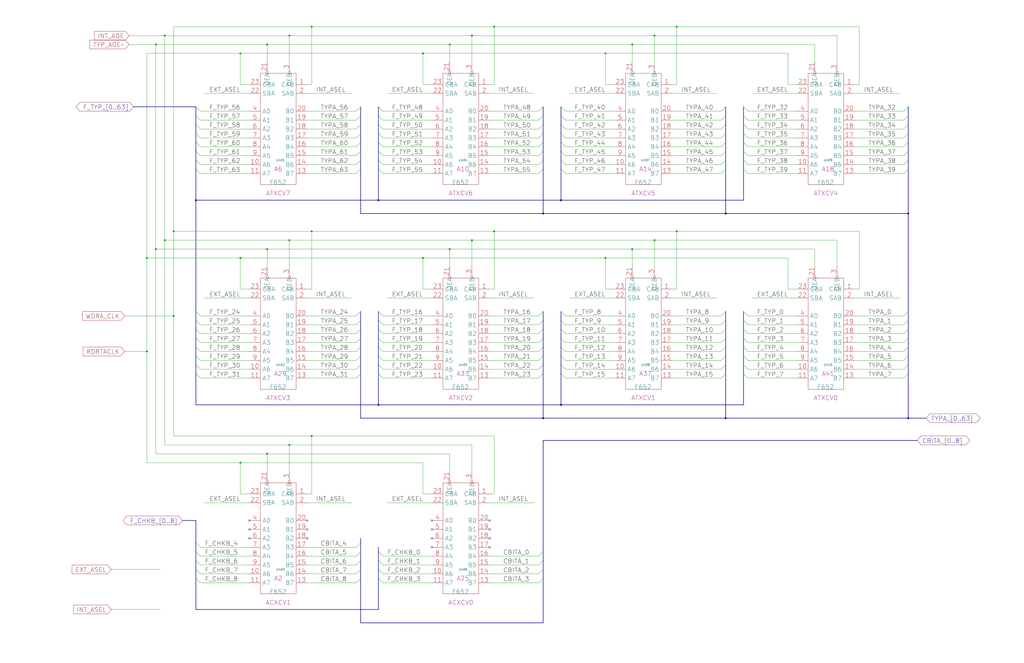
<source format=kicad_sch>
(kicad_sch (version 20250114) (generator "eeschema") (generator_version "9.0")
  (paper "User" 584.2 378.46)
  (title_block (title "AXCVR\\nTYPE AND CHECKBITS") (date "08-MAR-90") (rev "0.0") (comment 1 "MEM32 BOARD") (comment 2 "232-003066") (comment 3 "S400") (comment 4 "RELEASED"))
  (junction (at 360.68 142.24))
  (junction (at 177.8 248.92))
  (junction (at 373.38 20.32))
  (junction (at 177.8 132.08))
  (junction (at 137.16 147.32))
  (junction (at 320.04 114.3))
  (junction (at 137.16 30.48))
  (junction (at 269.24 20.32))
  (junction (at 518.16 238.76))
  (junction (at 165.1 254))
  (junction (at 345.44 147.32))
  (junction (at 360.68 25.4))
  (junction (at 281.94 132.08))
  (junction (at 177.8 15.24))
  (junction (at 256.54 25.4))
  (junction (at 137.16 264.16))
  (junction (at 320.04 231.14))
  (junction (at 345.44 30.48))
  (junction (at 83.82 200.66))
  (junction (at 165.1 20.32))
  (junction (at 386.08 15.24))
  (junction (at 309.88 121.92))
  (junction (at 152.4 259.08))
  (junction (at 269.24 137.16))
  (junction (at 93.98 20.32))
  (junction (at 99.06 132.08))
  (junction (at 152.4 142.24))
  (junction (at 281.94 15.24))
  (junction (at 386.08 132.08))
  (junction (at 83.82 147.32))
  (junction (at 256.54 142.24))
  (junction (at 241.3 30.48))
  (junction (at 88.9 25.4))
  (junction (at 215.9 114.3))
  (junction (at 414.02 238.76))
  (junction (at 165.1 137.16))
  (junction (at 152.4 25.4))
  (junction (at 309.88 238.76))
  (junction (at 93.98 137.16))
  (junction (at 241.3 147.32))
  (junction (at 414.02 121.92))
  (junction (at 215.9 231.14))
  (junction (at 88.9 142.24))
  (junction (at 373.38 137.16))
  (junction (at 518.16 121.92))
  (junction (at 99.06 180.34))
  (junction (at 111.76 114.3))
  (no_connect (at 175.26 297.18))
  (no_connect (at 175.26 307.34))
  (no_connect (at 246.38 297.18))
  (no_connect (at 279.4 307.34))
  (no_connect (at 175.26 302.26))
  (no_connect (at 246.38 302.26))
  (no_connect (at 246.38 307.34))
  (no_connect (at 279.4 297.18))
  (no_connect (at 279.4 302.26))
  (no_connect (at 142.24 297.18))
  (no_connect (at 142.24 307.34))
  (no_connect (at 142.24 302.26))
  (no_connect (at 279.4 312.42))
  (no_connect (at 246.38 312.42))
  (bus_entry (at 205.74 66.04) (size -2.54 2.54))
  (bus_entry (at 414.02 187.96) (size -2.54 2.54))
  (bus_entry (at 111.76 86.36) (size 2.54 2.54))
  (bus_entry (at 518.16 81.28) (size -2.54 2.54))
  (bus_entry (at 205.74 76.2) (size -2.54 2.54))
  (bus_entry (at 424.18 177.8) (size 2.54 2.54))
  (bus_entry (at 424.18 193.04) (size 2.54 2.54))
  (bus_entry (at 320.04 71.12) (size 2.54 2.54))
  (bus_entry (at 424.18 203.2) (size 2.54 2.54))
  (bus_entry (at 111.76 60.96) (size 2.54 2.54))
  (bus_entry (at 205.74 91.44) (size -2.54 2.54))
  (bus_entry (at 518.16 66.04) (size -2.54 2.54))
  (bus_entry (at 424.18 66.04) (size 2.54 2.54))
  (bus_entry (at 215.9 320.04) (size 2.54 2.54))
  (bus_entry (at 205.74 187.96) (size -2.54 2.54))
  (bus_entry (at 320.04 177.8) (size 2.54 2.54))
  (bus_entry (at 111.76 213.36) (size 2.54 2.54))
  (bus_entry (at 111.76 325.12) (size 2.54 2.54))
  (bus_entry (at 309.88 182.88) (size -2.54 2.54))
  (bus_entry (at 424.18 91.44) (size 2.54 2.54))
  (bus_entry (at 111.76 177.8) (size 2.54 2.54))
  (bus_entry (at 215.9 187.96) (size 2.54 2.54))
  (bus_entry (at 111.76 76.2) (size 2.54 2.54))
  (bus_entry (at 215.9 314.96) (size 2.54 2.54))
  (bus_entry (at 518.16 86.36) (size -2.54 2.54))
  (bus_entry (at 320.04 91.44) (size 2.54 2.54))
  (bus_entry (at 215.9 71.12) (size 2.54 2.54))
  (bus_entry (at 309.88 330.2) (size -2.54 2.54))
  (bus_entry (at 414.02 60.96) (size -2.54 2.54))
  (bus_entry (at 215.9 208.28) (size 2.54 2.54))
  (bus_entry (at 320.04 187.96) (size 2.54 2.54))
  (bus_entry (at 215.9 213.36) (size 2.54 2.54))
  (bus_entry (at 111.76 91.44) (size 2.54 2.54))
  (bus_entry (at 518.16 91.44) (size -2.54 2.54))
  (bus_entry (at 414.02 66.04) (size -2.54 2.54))
  (bus_entry (at 414.02 91.44) (size -2.54 2.54))
  (bus_entry (at 111.76 193.04) (size 2.54 2.54))
  (bus_entry (at 111.76 320.04) (size 2.54 2.54))
  (bus_entry (at 215.9 96.52) (size 2.54 2.54))
  (bus_entry (at 320.04 208.28) (size 2.54 2.54))
  (bus_entry (at 414.02 198.12) (size -2.54 2.54))
  (bus_entry (at 320.04 60.96) (size 2.54 2.54))
  (bus_entry (at 320.04 76.2) (size 2.54 2.54))
  (bus_entry (at 205.74 208.28) (size -2.54 2.54))
  (bus_entry (at 414.02 86.36) (size -2.54 2.54))
  (bus_entry (at 414.02 193.04) (size -2.54 2.54))
  (bus_entry (at 320.04 86.36) (size 2.54 2.54))
  (bus_entry (at 111.76 96.52) (size 2.54 2.54))
  (bus_entry (at 518.16 208.28) (size -2.54 2.54))
  (bus_entry (at 424.18 86.36) (size 2.54 2.54))
  (bus_entry (at 205.74 60.96) (size -2.54 2.54))
  (bus_entry (at 309.88 60.96) (size -2.54 2.54))
  (bus_entry (at 215.9 330.2) (size 2.54 2.54))
  (bus_entry (at 309.88 325.12) (size -2.54 2.54))
  (bus_entry (at 205.74 320.04) (size -2.54 2.54))
  (bus_entry (at 215.9 325.12) (size 2.54 2.54))
  (bus_entry (at 205.74 213.36) (size -2.54 2.54))
  (bus_entry (at 518.16 198.12) (size -2.54 2.54))
  (bus_entry (at 320.04 213.36) (size 2.54 2.54))
  (bus_entry (at 215.9 81.28) (size 2.54 2.54))
  (bus_entry (at 309.88 81.28) (size -2.54 2.54))
  (bus_entry (at 111.76 81.28) (size 2.54 2.54))
  (bus_entry (at 518.16 60.96) (size -2.54 2.54))
  (bus_entry (at 205.74 71.12) (size -2.54 2.54))
  (bus_entry (at 320.04 198.12) (size 2.54 2.54))
  (bus_entry (at 309.88 314.96) (size -2.54 2.54))
  (bus_entry (at 518.16 177.8) (size -2.54 2.54))
  (bus_entry (at 414.02 182.88) (size -2.54 2.54))
  (bus_entry (at 320.04 66.04) (size 2.54 2.54))
  (bus_entry (at 424.18 182.88) (size 2.54 2.54))
  (bus_entry (at 205.74 203.2) (size -2.54 2.54))
  (bus_entry (at 205.74 330.2) (size -2.54 2.54))
  (bus_entry (at 424.18 208.28) (size 2.54 2.54))
  (bus_entry (at 309.88 198.12) (size -2.54 2.54))
  (bus_entry (at 205.74 198.12) (size -2.54 2.54))
  (bus_entry (at 205.74 81.28) (size -2.54 2.54))
  (bus_entry (at 205.74 193.04) (size -2.54 2.54))
  (bus_entry (at 205.74 325.12) (size -2.54 2.54))
  (bus_entry (at 424.18 213.36) (size 2.54 2.54))
  (bus_entry (at 518.16 203.2) (size -2.54 2.54))
  (bus_entry (at 111.76 330.2) (size 2.54 2.54))
  (bus_entry (at 111.76 198.12) (size 2.54 2.54))
  (bus_entry (at 309.88 177.8) (size -2.54 2.54))
  (bus_entry (at 414.02 96.52) (size -2.54 2.54))
  (bus_entry (at 424.18 76.2) (size 2.54 2.54))
  (bus_entry (at 309.88 76.2) (size -2.54 2.54))
  (bus_entry (at 215.9 66.04) (size 2.54 2.54))
  (bus_entry (at 205.74 182.88) (size -2.54 2.54))
  (bus_entry (at 309.88 71.12) (size -2.54 2.54))
  (bus_entry (at 424.18 81.28) (size 2.54 2.54))
  (bus_entry (at 424.18 96.52) (size 2.54 2.54))
  (bus_entry (at 309.88 213.36) (size -2.54 2.54))
  (bus_entry (at 414.02 71.12) (size -2.54 2.54))
  (bus_entry (at 424.18 71.12) (size 2.54 2.54))
  (bus_entry (at 205.74 314.96) (size -2.54 2.54))
  (bus_entry (at 205.74 86.36) (size -2.54 2.54))
  (bus_entry (at 215.9 76.2) (size 2.54 2.54))
  (bus_entry (at 111.76 309.88) (size 2.54 2.54))
  (bus_entry (at 414.02 213.36) (size -2.54 2.54))
  (bus_entry (at 309.88 208.28) (size -2.54 2.54))
  (bus_entry (at 518.16 96.52) (size -2.54 2.54))
  (bus_entry (at 414.02 203.2) (size -2.54 2.54))
  (bus_entry (at 215.9 86.36) (size 2.54 2.54))
  (bus_entry (at 320.04 182.88) (size 2.54 2.54))
  (bus_entry (at 111.76 208.28) (size 2.54 2.54))
  (bus_entry (at 320.04 193.04) (size 2.54 2.54))
  (bus_entry (at 309.88 193.04) (size -2.54 2.54))
  (bus_entry (at 518.16 182.88) (size -2.54 2.54))
  (bus_entry (at 320.04 203.2) (size 2.54 2.54))
  (bus_entry (at 309.88 320.04) (size -2.54 2.54))
  (bus_entry (at 309.88 203.2) (size -2.54 2.54))
  (bus_entry (at 205.74 177.8) (size -2.54 2.54))
  (bus_entry (at 414.02 81.28) (size -2.54 2.54))
  (bus_entry (at 215.9 203.2) (size 2.54 2.54))
  (bus_entry (at 215.9 182.88) (size 2.54 2.54))
  (bus_entry (at 320.04 96.52) (size 2.54 2.54))
  (bus_entry (at 111.76 66.04) (size 2.54 2.54))
  (bus_entry (at 518.16 193.04) (size -2.54 2.54))
  (bus_entry (at 309.88 91.44) (size -2.54 2.54))
  (bus_entry (at 424.18 198.12) (size 2.54 2.54))
  (bus_entry (at 414.02 177.8) (size -2.54 2.54))
  (bus_entry (at 424.18 187.96) (size 2.54 2.54))
  (bus_entry (at 309.88 96.52) (size -2.54 2.54))
  (bus_entry (at 518.16 213.36) (size -2.54 2.54))
  (bus_entry (at 215.9 60.96) (size 2.54 2.54))
  (bus_entry (at 205.74 309.88) (size -2.54 2.54))
  (bus_entry (at 111.76 203.2) (size 2.54 2.54))
  (bus_entry (at 215.9 198.12) (size 2.54 2.54))
  (bus_entry (at 414.02 208.28) (size -2.54 2.54))
  (bus_entry (at 518.16 187.96) (size -2.54 2.54))
  (bus_entry (at 111.76 182.88) (size 2.54 2.54))
  (bus_entry (at 309.88 66.04) (size -2.54 2.54))
  (bus_entry (at 215.9 193.04) (size 2.54 2.54))
  (bus_entry (at 309.88 86.36) (size -2.54 2.54))
  (bus_entry (at 309.88 187.96) (size -2.54 2.54))
  (bus_entry (at 111.76 187.96) (size 2.54 2.54))
  (bus_entry (at 215.9 91.44) (size 2.54 2.54))
  (bus_entry (at 424.18 60.96) (size 2.54 2.54))
  (bus_entry (at 518.16 76.2) (size -2.54 2.54))
  (bus_entry (at 518.16 71.12) (size -2.54 2.54))
  (bus_entry (at 320.04 81.28) (size 2.54 2.54))
  (bus_entry (at 414.02 76.2) (size -2.54 2.54))
  (bus_entry (at 215.9 177.8) (size 2.54 2.54))
  (bus_entry (at 111.76 71.12) (size 2.54 2.54))
  (bus_entry (at 205.74 96.52) (size -2.54 2.54))
  (bus_entry (at 111.76 314.96) (size 2.54 2.54))
  (bus (pts (xy 414.02 86.36) (xy 414.02 91.44)))
  (bus (pts (xy 111.76 314.96) (xy 111.76 320.04)))
  (bus (pts (xy 205.74 96.52) (xy 205.74 121.92)))
  (wire (pts (xy 93.98 20.32) (xy 93.98 137.16)))
  (wire (pts (xy 487.68 93.98) (xy 515.62 93.98)))
  (wire (pts (xy 175.26 185.42) (xy 203.2 185.42)))
  (bus (pts (xy 424.18 208.28) (xy 424.18 213.36)))
  (wire (pts (xy 279.4 63.5) (xy 307.34 63.5)))
  (bus (pts (xy 424.18 203.2) (xy 424.18 208.28)))
  (wire (pts (xy 220.98 53.34) (xy 246.38 53.34)))
  (wire (pts (xy 279.4 322.58) (xy 307.34 322.58)))
  (bus (pts (xy 111.76 330.2) (xy 111.76 347.98)))
  (bus (pts (xy 104.14 297.18) (xy 111.76 297.18)))
  (bus (pts (xy 518.16 96.52) (xy 518.16 121.92)))
  (wire (pts (xy 386.08 132.08) (xy 490.22 132.08)))
  (bus (pts (xy 309.88 182.88) (xy 309.88 187.96)))
  (wire (pts (xy 152.4 25.4) (xy 256.54 25.4)))
  (bus (pts (xy 518.16 238.76) (xy 528.32 238.76)))
  (wire (pts (xy 114.3 99.06) (xy 142.24 99.06)))
  (wire (pts (xy 322.58 99.06) (xy 350.52 99.06)))
  (wire (pts (xy 114.3 68.58) (xy 142.24 68.58)))
  (bus (pts (xy 518.16 71.12) (xy 518.16 76.2)))
  (bus (pts (xy 320.04 213.36) (xy 320.04 231.14)))
  (wire (pts (xy 269.24 254) (xy 269.24 269.24)))
  (wire (pts (xy 449.58 30.48) (xy 345.44 30.48)))
  (bus (pts (xy 424.18 81.28) (xy 424.18 86.36)))
  (wire (pts (xy 279.4 180.34) (xy 307.34 180.34)))
  (bus (pts (xy 215.9 213.36) (xy 215.9 231.14)))
  (wire (pts (xy 487.68 99.06) (xy 515.62 99.06)))
  (wire (pts (xy 175.26 53.34) (xy 200.66 53.34)))
  (bus (pts (xy 414.02 238.76) (xy 518.16 238.76)))
  (wire (pts (xy 256.54 25.4) (xy 360.68 25.4)))
  (bus (pts (xy 215.9 86.36) (xy 215.9 91.44)))
  (wire (pts (xy 114.3 73.66) (xy 142.24 73.66)))
  (bus (pts (xy 205.74 187.96) (xy 205.74 193.04)))
  (bus (pts (xy 320.04 71.12) (xy 320.04 76.2)))
  (wire (pts (xy 114.3 88.9) (xy 142.24 88.9)))
  (bus (pts (xy 205.74 91.44) (xy 205.74 96.52)))
  (wire (pts (xy 345.44 147.32) (xy 345.44 165.1)))
  (wire (pts (xy 279.4 53.34) (xy 304.8 53.34)))
  (wire (pts (xy 114.3 185.42) (xy 142.24 185.42)))
  (wire (pts (xy 114.3 312.42) (xy 142.24 312.42)))
  (wire (pts (xy 114.3 83.82) (xy 142.24 83.82)))
  (wire (pts (xy 490.22 132.08) (xy 490.22 165.1)))
  (bus (pts (xy 518.16 81.28) (xy 518.16 86.36)))
  (bus (pts (xy 320.04 187.96) (xy 320.04 193.04)))
  (wire (pts (xy 281.94 248.92) (xy 281.94 281.94)))
  (wire (pts (xy 165.1 137.16) (xy 269.24 137.16)))
  (wire (pts (xy 177.8 132.08) (xy 281.94 132.08)))
  (wire (pts (xy 383.54 53.34) (xy 408.94 53.34)))
  (wire (pts (xy 142.24 281.94) (xy 137.16 281.94)))
  (bus (pts (xy 111.76 213.36) (xy 111.76 231.14)))
  (wire (pts (xy 175.26 210.82) (xy 203.2 210.82)))
  (bus (pts (xy 320.04 91.44) (xy 320.04 96.52)))
  (wire (pts (xy 487.68 185.42) (xy 515.62 185.42)))
  (wire (pts (xy 279.4 327.66) (xy 307.34 327.66)))
  (wire (pts (xy 477.52 20.32) (xy 373.38 20.32)))
  (bus (pts (xy 205.74 60.96) (xy 205.74 66.04)))
  (wire (pts (xy 175.26 317.5) (xy 203.2 317.5)))
  (bus (pts (xy 518.16 121.92) (xy 518.16 177.8)))
  (wire (pts (xy 426.72 200.66) (xy 454.66 200.66)))
  (bus (pts (xy 424.18 177.8) (xy 424.18 182.88)))
  (bus (pts (xy 215.9 114.3) (xy 320.04 114.3)))
  (wire (pts (xy 99.06 180.34) (xy 99.06 132.08)))
  (wire (pts (xy 152.4 25.4) (xy 152.4 35.56)))
  (wire (pts (xy 383.54 83.82) (xy 411.48 83.82)))
  (wire (pts (xy 114.3 322.58) (xy 142.24 322.58)))
  (wire (pts (xy 386.08 15.24) (xy 490.22 15.24)))
  (bus (pts (xy 309.88 81.28) (xy 309.88 86.36)))
  (bus (pts (xy 215.9 76.2) (xy 215.9 81.28)))
  (bus (pts (xy 111.76 309.88) (xy 111.76 314.96)))
  (bus (pts (xy 414.02 198.12) (xy 414.02 203.2)))
  (wire (pts (xy 279.4 165.1) (xy 281.94 165.1)))
  (wire (pts (xy 175.26 83.82) (xy 203.2 83.82)))
  (bus (pts (xy 215.9 60.96) (xy 215.9 66.04)))
  (bus (pts (xy 518.16 198.12) (xy 518.16 203.2)))
  (bus (pts (xy 205.74 355.6) (xy 309.88 355.6)))
  (wire (pts (xy 426.72 83.82) (xy 454.66 83.82)))
  (wire (pts (xy 114.3 205.74) (xy 142.24 205.74)))
  (wire (pts (xy 383.54 88.9) (xy 411.48 88.9)))
  (bus (pts (xy 111.76 86.36) (xy 111.76 91.44)))
  (wire (pts (xy 464.82 25.4) (xy 464.82 35.56)))
  (wire (pts (xy 83.82 147.32) (xy 83.82 200.66)))
  (wire (pts (xy 477.52 137.16) (xy 477.52 152.4)))
  (wire (pts (xy 279.4 78.74) (xy 307.34 78.74)))
  (wire (pts (xy 175.26 215.9) (xy 203.2 215.9)))
  (bus (pts (xy 424.18 193.04) (xy 424.18 198.12)))
  (wire (pts (xy 373.38 20.32) (xy 269.24 20.32)))
  (wire (pts (xy 114.3 317.5) (xy 142.24 317.5)))
  (wire (pts (xy 322.58 195.58) (xy 350.52 195.58)))
  (wire (pts (xy 281.94 132.08) (xy 386.08 132.08)))
  (bus (pts (xy 309.88 96.52) (xy 309.88 121.92)))
  (bus (pts (xy 309.88 203.2) (xy 309.88 208.28)))
  (wire (pts (xy 279.4 185.42) (xy 307.34 185.42)))
  (wire (pts (xy 383.54 170.18) (xy 408.94 170.18)))
  (wire (pts (xy 487.68 68.58) (xy 515.62 68.58)))
  (bus (pts (xy 424.18 76.2) (xy 424.18 81.28)))
  (bus (pts (xy 215.9 312.42) (xy 215.9 314.96)))
  (wire (pts (xy 383.54 180.34) (xy 411.48 180.34)))
  (bus (pts (xy 518.16 177.8) (xy 518.16 182.88)))
  (wire (pts (xy 373.38 20.32) (xy 373.38 35.56)))
  (wire (pts (xy 383.54 78.74) (xy 411.48 78.74)))
  (wire (pts (xy 175.26 48.26) (xy 177.8 48.26)))
  (wire (pts (xy 175.26 78.74) (xy 203.2 78.74)))
  (wire (pts (xy 345.44 30.48) (xy 241.3 30.48)))
  (wire (pts (xy 218.44 83.82) (xy 246.38 83.82)))
  (wire (pts (xy 114.3 195.58) (xy 142.24 195.58)))
  (wire (pts (xy 386.08 15.24) (xy 386.08 48.26)))
  (wire (pts (xy 152.4 259.08) (xy 88.9 259.08)))
  (bus (pts (xy 309.88 238.76) (xy 414.02 238.76)))
  (bus (pts (xy 309.88 325.12) (xy 309.88 330.2)))
  (wire (pts (xy 279.4 170.18) (xy 304.8 170.18)))
  (bus (pts (xy 111.76 320.04) (xy 111.76 325.12)))
  (wire (pts (xy 137.16 147.32) (xy 137.16 165.1)))
  (wire (pts (xy 383.54 195.58) (xy 411.48 195.58)))
  (wire (pts (xy 137.16 264.16) (xy 137.16 281.94)))
  (bus (pts (xy 205.74 208.28) (xy 205.74 213.36)))
  (wire (pts (xy 487.68 200.66) (xy 515.62 200.66)))
  (wire (pts (xy 177.8 248.92) (xy 177.8 281.94)))
  (bus (pts (xy 414.02 187.96) (xy 414.02 193.04)))
  (wire (pts (xy 165.1 254) (xy 165.1 269.24)))
  (wire (pts (xy 177.8 15.24) (xy 177.8 48.26)))
  (wire (pts (xy 218.44 88.9) (xy 246.38 88.9)))
  (wire (pts (xy 350.52 165.1) (xy 345.44 165.1)))
  (wire (pts (xy 175.26 190.5) (xy 203.2 190.5)))
  (wire (pts (xy 269.24 20.32) (xy 269.24 35.56)))
  (bus (pts (xy 215.9 71.12) (xy 215.9 76.2)))
  (wire (pts (xy 63.5 347.98) (xy 91.44 347.98)))
  (wire (pts (xy 426.72 99.06) (xy 454.66 99.06)))
  (wire (pts (xy 177.8 15.24) (xy 281.94 15.24)))
  (wire (pts (xy 269.24 137.16) (xy 269.24 152.4)))
  (wire (pts (xy 83.82 147.32) (xy 137.16 147.32)))
  (bus (pts (xy 424.18 66.04) (xy 424.18 71.12)))
  (bus (pts (xy 111.76 347.98) (xy 215.9 347.98)))
  (bus (pts (xy 205.74 66.04) (xy 205.74 71.12)))
  (wire (pts (xy 487.68 165.1) (xy 490.22 165.1)))
  (wire (pts (xy 218.44 185.42) (xy 246.38 185.42)))
  (bus (pts (xy 320.04 203.2) (xy 320.04 208.28)))
  (wire (pts (xy 83.82 264.16) (xy 137.16 264.16)))
  (wire (pts (xy 175.26 99.06) (xy 203.2 99.06)))
  (wire (pts (xy 175.26 73.66) (xy 203.2 73.66)))
  (wire (pts (xy 454.66 48.26) (xy 449.58 48.26)))
  (bus (pts (xy 111.76 187.96) (xy 111.76 193.04)))
  (bus (pts (xy 215.9 182.88) (xy 215.9 187.96)))
  (wire (pts (xy 165.1 254) (xy 269.24 254)))
  (wire (pts (xy 175.26 322.58) (xy 203.2 322.58)))
  (wire (pts (xy 487.68 83.82) (xy 515.62 83.82)))
  (wire (pts (xy 487.68 88.9) (xy 515.62 88.9)))
  (wire (pts (xy 360.68 25.4) (xy 464.82 25.4)))
  (wire (pts (xy 279.4 205.74) (xy 307.34 205.74)))
  (bus (pts (xy 424.18 60.96) (xy 424.18 66.04)))
  (wire (pts (xy 325.12 53.34) (xy 350.52 53.34)))
  (wire (pts (xy 426.72 195.58) (xy 454.66 195.58)))
  (wire (pts (xy 246.38 165.1) (xy 241.3 165.1)))
  (bus (pts (xy 424.18 91.44) (xy 424.18 96.52)))
  (wire (pts (xy 114.3 332.74) (xy 142.24 332.74)))
  (wire (pts (xy 177.8 132.08) (xy 177.8 165.1)))
  (wire (pts (xy 383.54 93.98) (xy 411.48 93.98)))
  (bus (pts (xy 309.88 86.36) (xy 309.88 91.44)))
  (wire (pts (xy 454.66 165.1) (xy 449.58 165.1)))
  (wire (pts (xy 256.54 259.08) (xy 152.4 259.08)))
  (wire (pts (xy 241.3 147.32) (xy 241.3 165.1)))
  (bus (pts (xy 215.9 91.44) (xy 215.9 96.52)))
  (bus (pts (xy 424.18 198.12) (xy 424.18 203.2)))
  (wire (pts (xy 218.44 215.9) (xy 246.38 215.9)))
  (wire (pts (xy 279.4 281.94) (xy 281.94 281.94)))
  (bus (pts (xy 309.88 198.12) (xy 309.88 203.2)))
  (wire (pts (xy 175.26 170.18) (xy 200.66 170.18)))
  (bus (pts (xy 215.9 66.04) (xy 215.9 71.12)))
  (wire (pts (xy 322.58 210.82) (xy 350.52 210.82)))
  (wire (pts (xy 322.58 83.82) (xy 350.52 83.82)))
  (wire (pts (xy 218.44 180.34) (xy 246.38 180.34)))
  (wire (pts (xy 114.3 327.66) (xy 142.24 327.66)))
  (wire (pts (xy 175.26 93.98) (xy 203.2 93.98)))
  (wire (pts (xy 175.26 200.66) (xy 203.2 200.66)))
  (wire (pts (xy 426.72 93.98) (xy 454.66 93.98)))
  (wire (pts (xy 142.24 48.26) (xy 137.16 48.26)))
  (wire (pts (xy 269.24 137.16) (xy 373.38 137.16)))
  (wire (pts (xy 93.98 137.16) (xy 93.98 254)))
  (bus (pts (xy 205.74 81.28) (xy 205.74 86.36)))
  (wire (pts (xy 83.82 200.66) (xy 83.82 264.16)))
  (wire (pts (xy 175.26 281.94) (xy 177.8 281.94)))
  (wire (pts (xy 175.26 88.9) (xy 203.2 88.9)))
  (bus (pts (xy 320.04 76.2) (xy 320.04 81.28)))
  (wire (pts (xy 487.68 210.82) (xy 515.62 210.82)))
  (wire (pts (xy 114.3 63.5) (xy 142.24 63.5)))
  (bus (pts (xy 518.16 91.44) (xy 518.16 96.52)))
  (wire (pts (xy 73.66 25.4) (xy 88.9 25.4)))
  (wire (pts (xy 373.38 137.16) (xy 477.52 137.16)))
  (wire (pts (xy 426.72 68.58) (xy 454.66 68.58)))
  (bus (pts (xy 320.04 86.36) (xy 320.04 91.44)))
  (bus (pts (xy 205.74 177.8) (xy 205.74 182.88)))
  (bus (pts (xy 205.74 325.12) (xy 205.74 330.2)))
  (wire (pts (xy 116.84 287.02) (xy 142.24 287.02)))
  (bus (pts (xy 414.02 121.92) (xy 518.16 121.92)))
  (wire (pts (xy 93.98 254) (xy 165.1 254)))
  (wire (pts (xy 383.54 185.42) (xy 411.48 185.42)))
  (wire (pts (xy 383.54 215.9) (xy 411.48 215.9)))
  (wire (pts (xy 279.4 48.26) (xy 281.94 48.26)))
  (bus (pts (xy 215.9 96.52) (xy 215.9 114.3)))
  (wire (pts (xy 360.68 142.24) (xy 360.68 152.4)))
  (bus (pts (xy 309.88 320.04) (xy 309.88 325.12)))
  (bus (pts (xy 309.88 330.2) (xy 309.88 355.6)))
  (wire (pts (xy 345.44 147.32) (xy 449.58 147.32)))
  (bus (pts (xy 320.04 208.28) (xy 320.04 213.36)))
  (wire (pts (xy 426.72 205.74) (xy 454.66 205.74)))
  (wire (pts (xy 279.4 215.9) (xy 307.34 215.9)))
  (wire (pts (xy 175.26 332.74) (xy 203.2 332.74)))
  (wire (pts (xy 71.12 200.66) (xy 83.82 200.66)))
  (wire (pts (xy 279.4 210.82) (xy 307.34 210.82)))
  (bus (pts (xy 414.02 203.2) (xy 414.02 208.28)))
  (wire (pts (xy 429.26 53.34) (xy 454.66 53.34)))
  (wire (pts (xy 218.44 93.98) (xy 246.38 93.98)))
  (bus (pts (xy 320.04 60.96) (xy 320.04 66.04)))
  (bus (pts (xy 320.04 198.12) (xy 320.04 203.2)))
  (wire (pts (xy 220.98 170.18) (xy 246.38 170.18)))
  (wire (pts (xy 175.26 287.02) (xy 200.66 287.02)))
  (wire (pts (xy 114.3 215.9) (xy 142.24 215.9)))
  (wire (pts (xy 279.4 190.5) (xy 307.34 190.5)))
  (wire (pts (xy 464.82 142.24) (xy 464.82 152.4)))
  (wire (pts (xy 322.58 180.34) (xy 350.52 180.34)))
  (bus (pts (xy 215.9 187.96) (xy 215.9 193.04)))
  (wire (pts (xy 218.44 332.74) (xy 246.38 332.74)))
  (bus (pts (xy 414.02 66.04) (xy 414.02 71.12)))
  (bus (pts (xy 215.9 198.12) (xy 215.9 203.2)))
  (bus (pts (xy 205.74 193.04) (xy 205.74 198.12)))
  (wire (pts (xy 218.44 78.74) (xy 246.38 78.74)))
  (wire (pts (xy 175.26 63.5) (xy 203.2 63.5)))
  (bus (pts (xy 518.16 60.96) (xy 518.16 66.04)))
  (bus (pts (xy 518.16 208.28) (xy 518.16 213.36)))
  (bus (pts (xy 320.04 81.28) (xy 320.04 86.36)))
  (wire (pts (xy 322.58 205.74) (xy 350.52 205.74)))
  (bus (pts (xy 518.16 213.36) (xy 518.16 238.76)))
  (bus (pts (xy 111.76 96.52) (xy 111.76 114.3)))
  (bus (pts (xy 414.02 213.36) (xy 414.02 238.76)))
  (wire (pts (xy 426.72 210.82) (xy 454.66 210.82)))
  (bus (pts (xy 205.74 320.04) (xy 205.74 325.12)))
  (wire (pts (xy 88.9 259.08) (xy 88.9 142.24)))
  (wire (pts (xy 246.38 48.26) (xy 241.3 48.26)))
  (bus (pts (xy 424.18 71.12) (xy 424.18 76.2)))
  (wire (pts (xy 175.26 68.58) (xy 203.2 68.58)))
  (bus (pts (xy 205.74 121.92) (xy 309.88 121.92)))
  (wire (pts (xy 281.94 15.24) (xy 386.08 15.24)))
  (bus (pts (xy 111.76 297.18) (xy 111.76 309.88)))
  (wire (pts (xy 383.54 190.5) (xy 411.48 190.5)))
  (bus (pts (xy 215.9 203.2) (xy 215.9 208.28)))
  (bus (pts (xy 320.04 177.8) (xy 320.04 182.88)))
  (wire (pts (xy 360.68 142.24) (xy 464.82 142.24)))
  (bus (pts (xy 320.04 193.04) (xy 320.04 198.12)))
  (wire (pts (xy 360.68 25.4) (xy 360.68 35.56)))
  (wire (pts (xy 165.1 20.32) (xy 93.98 20.32)))
  (wire (pts (xy 487.68 205.74) (xy 515.62 205.74)))
  (wire (pts (xy 322.58 190.5) (xy 350.52 190.5)))
  (bus (pts (xy 205.74 314.96) (xy 205.74 320.04)))
  (bus (pts (xy 309.88 177.8) (xy 309.88 182.88)))
  (wire (pts (xy 345.44 30.48) (xy 345.44 48.26)))
  (bus (pts (xy 518.16 187.96) (xy 518.16 193.04)))
  (bus (pts (xy 424.18 187.96) (xy 424.18 193.04)))
  (wire (pts (xy 241.3 30.48) (xy 241.3 48.26)))
  (bus (pts (xy 309.88 66.04) (xy 309.88 71.12)))
  (bus (pts (xy 309.88 314.96) (xy 309.88 320.04)))
  (bus (pts (xy 111.76 193.04) (xy 111.76 198.12)))
  (wire (pts (xy 218.44 200.66) (xy 246.38 200.66)))
  (wire (pts (xy 322.58 93.98) (xy 350.52 93.98)))
  (bus (pts (xy 414.02 208.28) (xy 414.02 213.36)))
  (wire (pts (xy 99.06 132.08) (xy 99.06 15.24)))
  (wire (pts (xy 279.4 93.98) (xy 307.34 93.98)))
  (wire (pts (xy 426.72 190.5) (xy 454.66 190.5)))
  (wire (pts (xy 114.3 190.5) (xy 142.24 190.5)))
  (wire (pts (xy 218.44 63.5) (xy 246.38 63.5)))
  (wire (pts (xy 218.44 195.58) (xy 246.38 195.58)))
  (bus (pts (xy 424.18 86.36) (xy 424.18 91.44)))
  (bus (pts (xy 215.9 330.2) (xy 215.9 347.98)))
  (wire (pts (xy 246.38 281.94) (xy 241.3 281.94)))
  (wire (pts (xy 383.54 73.66) (xy 411.48 73.66)))
  (bus (pts (xy 309.88 60.96) (xy 309.88 66.04)))
  (bus (pts (xy 215.9 231.14) (xy 111.76 231.14)))
  (bus (pts (xy 111.76 182.88) (xy 111.76 187.96)))
  (wire (pts (xy 426.72 88.9) (xy 454.66 88.9)))
  (bus (pts (xy 309.88 251.46) (xy 523.24 251.46)))
  (bus (pts (xy 309.88 213.36) (xy 309.88 238.76)))
  (wire (pts (xy 114.3 78.74) (xy 142.24 78.74)))
  (bus (pts (xy 205.74 307.34) (xy 205.74 309.88)))
  (wire (pts (xy 218.44 322.58) (xy 246.38 322.58)))
  (wire (pts (xy 99.06 132.08) (xy 177.8 132.08)))
  (bus (pts (xy 414.02 71.12) (xy 414.02 76.2)))
  (wire (pts (xy 241.3 147.32) (xy 345.44 147.32)))
  (wire (pts (xy 137.16 30.48) (xy 83.82 30.48)))
  (bus (pts (xy 111.76 71.12) (xy 111.76 76.2)))
  (bus (pts (xy 414.02 193.04) (xy 414.02 198.12)))
  (bus (pts (xy 414.02 76.2) (xy 414.02 81.28)))
  (wire (pts (xy 487.68 195.58) (xy 515.62 195.58)))
  (bus (pts (xy 111.76 60.96) (xy 111.76 66.04)))
  (bus (pts (xy 215.9 177.8) (xy 215.9 182.88)))
  (wire (pts (xy 487.68 190.5) (xy 515.62 190.5)))
  (wire (pts (xy 218.44 327.66) (xy 246.38 327.66)))
  (bus (pts (xy 215.9 320.04) (xy 215.9 325.12)))
  (wire (pts (xy 137.16 30.48) (xy 137.16 48.26)))
  (bus (pts (xy 518.16 86.36) (xy 518.16 91.44)))
  (wire (pts (xy 114.3 180.34) (xy 142.24 180.34)))
  (bus (pts (xy 309.88 76.2) (xy 309.88 81.28)))
  (wire (pts (xy 218.44 99.06) (xy 246.38 99.06)))
  (bus (pts (xy 320.04 231.14) (xy 215.9 231.14)))
  (wire (pts (xy 373.38 137.16) (xy 373.38 152.4)))
  (wire (pts (xy 487.68 78.74) (xy 515.62 78.74)))
  (wire (pts (xy 114.3 200.66) (xy 142.24 200.66)))
  (wire (pts (xy 99.06 248.92) (xy 99.06 180.34)))
  (bus (pts (xy 309.88 187.96) (xy 309.88 193.04)))
  (wire (pts (xy 88.9 142.24) (xy 152.4 142.24)))
  (wire (pts (xy 256.54 259.08) (xy 256.54 269.24)))
  (wire (pts (xy 269.24 20.32) (xy 165.1 20.32)))
  (bus (pts (xy 424.18 213.36) (xy 424.18 231.14)))
  (bus (pts (xy 414.02 182.88) (xy 414.02 187.96)))
  (bus (pts (xy 518.16 203.2) (xy 518.16 208.28)))
  (bus (pts (xy 215.9 208.28) (xy 215.9 213.36)))
  (bus (pts (xy 205.74 198.12) (xy 205.74 203.2)))
  (bus (pts (xy 518.16 193.04) (xy 518.16 198.12)))
  (wire (pts (xy 63.5 325.12) (xy 91.44 325.12)))
  (bus (pts (xy 205.74 71.12) (xy 205.74 76.2)))
  (wire (pts (xy 449.58 147.32) (xy 449.58 165.1)))
  (bus (pts (xy 205.74 309.88) (xy 205.74 314.96)))
  (wire (pts (xy 83.82 30.48) (xy 83.82 147.32)))
  (bus (pts (xy 320.04 182.88) (xy 320.04 187.96)))
  (bus (pts (xy 518.16 76.2) (xy 518.16 81.28)))
  (bus (pts (xy 320.04 114.3) (xy 424.18 114.3)))
  (wire (pts (xy 350.52 48.26) (xy 345.44 48.26)))
  (wire (pts (xy 426.72 215.9) (xy 454.66 215.9)))
  (wire (pts (xy 256.54 142.24) (xy 360.68 142.24)))
  (bus (pts (xy 111.76 198.12) (xy 111.76 203.2)))
  (wire (pts (xy 426.72 63.5) (xy 454.66 63.5)))
  (bus (pts (xy 111.76 91.44) (xy 111.76 96.52)))
  (wire (pts (xy 73.66 20.32) (xy 93.98 20.32)))
  (wire (pts (xy 487.68 180.34) (xy 515.62 180.34)))
  (wire (pts (xy 322.58 88.9) (xy 350.52 88.9)))
  (wire (pts (xy 218.44 73.66) (xy 246.38 73.66)))
  (wire (pts (xy 281.94 15.24) (xy 281.94 48.26)))
  (bus (pts (xy 111.76 208.28) (xy 111.76 213.36)))
  (wire (pts (xy 487.68 48.26) (xy 490.22 48.26)))
  (wire (pts (xy 175.26 195.58) (xy 203.2 195.58)))
  (bus (pts (xy 424.18 231.14) (xy 320.04 231.14)))
  (wire (pts (xy 175.26 165.1) (xy 177.8 165.1)))
  (wire (pts (xy 175.26 205.74) (xy 203.2 205.74)))
  (wire (pts (xy 322.58 73.66) (xy 350.52 73.66)))
  (bus (pts (xy 414.02 177.8) (xy 414.02 182.88)))
  (wire (pts (xy 322.58 68.58) (xy 350.52 68.58)))
  (wire (pts (xy 279.4 287.02) (xy 304.8 287.02)))
  (wire (pts (xy 279.4 73.66) (xy 307.34 73.66)))
  (wire (pts (xy 322.58 63.5) (xy 350.52 63.5)))
  (bus (pts (xy 309.88 91.44) (xy 309.88 96.52)))
  (wire (pts (xy 152.4 142.24) (xy 152.4 152.4)))
  (wire (pts (xy 152.4 142.24) (xy 256.54 142.24)))
  (wire (pts (xy 487.68 73.66) (xy 515.62 73.66)))
  (wire (pts (xy 218.44 205.74) (xy 246.38 205.74)))
  (wire (pts (xy 279.4 195.58) (xy 307.34 195.58)))
  (wire (pts (xy 137.16 147.32) (xy 241.3 147.32)))
  (bus (pts (xy 424.18 96.52) (xy 424.18 114.3)))
  (wire (pts (xy 386.08 132.08) (xy 386.08 165.1)))
  (bus (pts (xy 205.74 182.88) (xy 205.74 187.96)))
  (wire (pts (xy 383.54 99.06) (xy 411.48 99.06)))
  (wire (pts (xy 152.4 259.08) (xy 152.4 269.24)))
  (bus (pts (xy 205.74 213.36) (xy 205.74 238.76)))
  (bus (pts (xy 309.88 71.12) (xy 309.88 76.2)))
  (wire (pts (xy 218.44 317.5) (xy 246.38 317.5)))
  (wire (pts (xy 490.22 15.24) (xy 490.22 48.26)))
  (wire (pts (xy 322.58 185.42) (xy 350.52 185.42)))
  (bus (pts (xy 518.16 182.88) (xy 518.16 187.96)))
  (bus (pts (xy 320.04 96.52) (xy 320.04 114.3)))
  (wire (pts (xy 281.94 132.08) (xy 281.94 165.1)))
  (wire (pts (xy 279.4 88.9) (xy 307.34 88.9)))
  (wire (pts (xy 279.4 332.74) (xy 307.34 332.74)))
  (wire (pts (xy 116.84 53.34) (xy 142.24 53.34)))
  (wire (pts (xy 165.1 137.16) (xy 165.1 152.4)))
  (wire (pts (xy 383.54 63.5) (xy 411.48 63.5)))
  (wire (pts (xy 383.54 200.66) (xy 411.48 200.66)))
  (wire (pts (xy 256.54 142.24) (xy 256.54 152.4)))
  (bus (pts (xy 414.02 91.44) (xy 414.02 96.52)))
  (wire (pts (xy 218.44 68.58) (xy 246.38 68.58)))
  (bus (pts (xy 215.9 325.12) (xy 215.9 330.2)))
  (bus (pts (xy 414.02 96.52) (xy 414.02 121.92)))
  (bus (pts (xy 414.02 60.96) (xy 414.02 66.04)))
  (wire (pts (xy 88.9 142.24) (xy 88.9 25.4)))
  (bus (pts (xy 518.16 66.04) (xy 518.16 71.12)))
  (bus (pts (xy 215.9 81.28) (xy 215.9 86.36)))
  (bus (pts (xy 309.88 251.46) (xy 309.88 314.96)))
  (wire (pts (xy 279.4 317.5) (xy 307.34 317.5)))
  (wire (pts (xy 175.26 312.42) (xy 203.2 312.42)))
  (wire (pts (xy 487.68 170.18) (xy 513.08 170.18)))
  (wire (pts (xy 322.58 78.74) (xy 350.52 78.74)))
  (bus (pts (xy 215.9 193.04) (xy 215.9 198.12)))
  (wire (pts (xy 218.44 210.82) (xy 246.38 210.82)))
  (bus (pts (xy 309.88 193.04) (xy 309.88 198.12)))
  (bus (pts (xy 414.02 81.28) (xy 414.02 86.36)))
  (wire (pts (xy 99.06 15.24) (xy 177.8 15.24)))
  (wire (pts (xy 279.4 68.58) (xy 307.34 68.58)))
  (wire (pts (xy 279.4 83.82) (xy 307.34 83.82)))
  (bus (pts (xy 76.2 60.96) (xy 111.76 60.96)))
  (wire (pts (xy 383.54 210.82) (xy 411.48 210.82)))
  (bus (pts (xy 111.76 325.12) (xy 111.76 330.2)))
  (wire (pts (xy 383.54 165.1) (xy 386.08 165.1)))
  (wire (pts (xy 71.12 180.34) (xy 99.06 180.34)))
  (bus (pts (xy 309.88 208.28) (xy 309.88 213.36)))
  (bus (pts (xy 111.76 114.3) (xy 215.9 114.3)))
  (wire (pts (xy 165.1 20.32) (xy 165.1 35.56)))
  (wire (pts (xy 175.26 327.66) (xy 203.2 327.66)))
  (wire (pts (xy 281.94 248.92) (xy 177.8 248.92)))
  (wire (pts (xy 88.9 25.4) (xy 152.4 25.4)))
  (bus (pts (xy 111.76 203.2) (xy 111.76 208.28)))
  (wire (pts (xy 325.12 170.18) (xy 350.52 170.18)))
  (wire (pts (xy 142.24 165.1) (xy 137.16 165.1)))
  (wire (pts (xy 477.52 20.32) (xy 477.52 35.56)))
  (wire (pts (xy 487.68 53.34) (xy 513.08 53.34)))
  (wire (pts (xy 114.3 210.82) (xy 142.24 210.82)))
  (wire (pts (xy 218.44 190.5) (xy 246.38 190.5)))
  (bus (pts (xy 424.18 182.88) (xy 424.18 187.96)))
  (wire (pts (xy 241.3 30.48) (xy 137.16 30.48)))
  (bus (pts (xy 111.76 114.3) (xy 111.76 177.8)))
  (wire (pts (xy 426.72 180.34) (xy 454.66 180.34)))
  (bus (pts (xy 205.74 76.2) (xy 205.74 81.28)))
  (bus (pts (xy 111.76 81.28) (xy 111.76 86.36)))
  (bus (pts (xy 205.74 203.2) (xy 205.74 208.28)))
  (bus (pts (xy 111.76 66.04) (xy 111.76 71.12)))
  (wire (pts (xy 383.54 48.26) (xy 386.08 48.26)))
  (wire (pts (xy 116.84 170.18) (xy 142.24 170.18)))
  (wire (pts (xy 279.4 200.66) (xy 307.34 200.66)))
  (wire (pts (xy 114.3 93.98) (xy 142.24 93.98)))
  (wire (pts (xy 383.54 68.58) (xy 411.48 68.58)))
  (wire (pts (xy 426.72 73.66) (xy 454.66 73.66)))
  (wire (pts (xy 487.68 215.9) (xy 515.62 215.9)))
  (wire (pts (xy 449.58 30.48) (xy 449.58 48.26)))
  (wire (pts (xy 429.26 170.18) (xy 454.66 170.18)))
  (wire (pts (xy 241.3 264.16) (xy 241.3 281.94)))
  (bus (pts (xy 205.74 330.2) (xy 205.74 355.6)))
  (wire (pts (xy 279.4 99.06) (xy 307.34 99.06)))
  (wire (pts (xy 93.98 137.16) (xy 165.1 137.16)))
  (bus (pts (xy 320.04 66.04) (xy 320.04 71.12)))
  (wire (pts (xy 322.58 215.9) (xy 350.52 215.9)))
  (wire (pts (xy 426.72 185.42) (xy 454.66 185.42)))
  (wire (pts (xy 175.26 180.34) (xy 203.2 180.34)))
  (wire (pts (xy 220.98 287.02) (xy 246.38 287.02)))
  (wire (pts (xy 383.54 205.74) (xy 411.48 205.74)))
  (bus (pts (xy 309.88 121.92) (xy 414.02 121.92)))
  (wire (pts (xy 177.8 248.92) (xy 99.06 248.92)))
  (wire (pts (xy 322.58 200.66) (xy 350.52 200.66)))
  (wire (pts (xy 426.72 78.74) (xy 454.66 78.74)))
  (wire (pts (xy 256.54 25.4) (xy 256.54 35.56)))
  (wire (pts (xy 487.68 63.5) (xy 515.62 63.5)))
  (wire (pts (xy 137.16 264.16) (xy 241.3 264.16)))
  (bus (pts (xy 111.76 76.2) (xy 111.76 81.28)))
  (bus (pts (xy 111.76 177.8) (xy 111.76 182.88)))
  (bus (pts (xy 205.74 238.76) (xy 309.88 238.76)))
  (bus (pts (xy 215.9 314.96) (xy 215.9 320.04)))
  (bus (pts (xy 205.74 86.36) (xy 205.74 91.44)))
  (label "TYPA_59" (at 182.88 78.74 0) (effects (font (size 2.54 2.54))))
  (label "F_TYP_59" (at 119.38 78.74 0) (effects (font (size 2.54 2.54))))
  (label "CBITA_2" (at 287.02 327.66 0) (effects (font (size 2.54 2.54))))
  (label "INT_ASEL" (at 492.76 53.34 0) (effects (font (size 2.54 2.54))))
  (label "F_TYP_41" (at 327.66 68.58 0) (effects (font (size 2.54 2.54))))
  (label "TYPA_47" (at 391.16 99.06 0) (effects (font (size 2.54 2.54))))
  (label "EXT_ASEL" (at 223.52 170.18 0) (effects (font (size 2.54 2.54))))
  (label "F_TYP_63" (at 119.38 99.06 0) (effects (font (size 2.54 2.54))))
  (label "CBITA_4" (at 182.88 312.42 0) (effects (font (size 2.54 2.54))))
  (label "TYPA_23" (at 287.02 215.9 0) (effects (font (size 2.54 2.54))))
  (label "F_CHKB_4" (at 116.84 312.42 0) (effects (font (size 2.54 2.54))))
  (label "TYPA_58" (at 182.88 73.66 0) (effects (font (size 2.54 2.54))))
  (label "F_TYP_26" (at 119.38 190.5 0) (effects (font (size 2.54 2.54))))
  (label "F_TYP_19" (at 223.52 195.58 0) (effects (font (size 2.54 2.54))))
  (label "TYPA_19" (at 287.02 195.58 0) (effects (font (size 2.54 2.54))))
  (label "TYPA_60" (at 182.88 83.82 0) (effects (font (size 2.54 2.54))))
  (label "CBITA_0" (at 287.02 317.5 0) (effects (font (size 2.54 2.54))))
  (label "F_TYP_8" (at 327.66 180.34 0) (effects (font (size 2.54 2.54))))
  (label "F_TYP_17" (at 223.52 185.42 0) (effects (font (size 2.54 2.54))))
  (label "TYPA_42" (at 391.16 73.66 0) (effects (font (size 2.54 2.54))))
  (label "F_TYP_1" (at 431.8 185.42 0) (effects (font (size 2.54 2.54))))
  (label "F_TYP_23" (at 223.52 215.9 0) (effects (font (size 2.54 2.54))))
  (label "TYPA_2" (at 495.3 190.5 0) (effects (font (size 2.54 2.54))))
  (label "EXT_ASEL" (at 119.38 53.34 0) (effects (font (size 2.54 2.54))))
  (label "F_TYP_16" (at 223.52 180.34 0) (effects (font (size 2.54 2.54))))
  (label "F_TYP_24" (at 119.38 180.34 0) (effects (font (size 2.54 2.54))))
  (label "INT_ASEL" (at 388.62 170.18 0) (effects (font (size 2.54 2.54))))
  (label "TYPA_49" (at 287.02 68.58 0) (effects (font (size 2.54 2.54))))
  (label "TYPA_35" (at 495.3 78.74 0) (effects (font (size 2.54 2.54))))
  (label "F_TYP_47" (at 327.66 99.06 0) (effects (font (size 2.54 2.54))))
  (label "F_CHKB_5" (at 116.84 317.5 0) (effects (font (size 2.54 2.54))))
  (label "F_TYP_33" (at 431.8 68.58 0) (effects (font (size 2.54 2.54))))
  (label "F_TYP_21" (at 223.52 205.74 0) (effects (font (size 2.54 2.54))))
  (label "F_CHKB_0" (at 220.98 317.5 0) (effects (font (size 2.54 2.54))))
  (label "TYPA_18" (at 287.02 190.5 0) (effects (font (size 2.54 2.54))))
  (label "F_TYP_20" (at 223.52 200.66 0) (effects (font (size 2.54 2.54))))
  (label "EXT_ASEL" (at 119.38 170.18 0) (effects (font (size 2.54 2.54))))
  (label "INT_ASEL" (at 284.48 170.18 0) (effects (font (size 2.54 2.54))))
  (label "F_TYP_35" (at 431.8 78.74 0) (effects (font (size 2.54 2.54))))
  (label "F_TYP_52" (at 223.52 83.82 0) (effects (font (size 2.54 2.54))))
  (label "INT_ASEL" (at 492.76 170.18 0) (effects (font (size 2.54 2.54))))
  (label "TYPA_22" (at 287.02 210.82 0) (effects (font (size 2.54 2.54))))
  (label "TYPA_61" (at 182.88 88.9 0) (effects (font (size 2.54 2.54))))
  (label "EXT_ASEL" (at 223.52 53.34 0) (effects (font (size 2.54 2.54))))
  (label "F_TYP_31" (at 119.38 215.9 0) (effects (font (size 2.54 2.54))))
  (label "TYPA_21" (at 287.02 205.74 0) (effects (font (size 2.54 2.54))))
  (label "TYPA_10" (at 391.16 190.5 0) (effects (font (size 2.54 2.54))))
  (label "F_TYP_12" (at 327.66 200.66 0) (effects (font (size 2.54 2.54))))
  (label "EXT_ASEL" (at 431.8 53.34 0) (effects (font (size 2.54 2.54))))
  (label "F_TYP_4" (at 431.8 200.66 0) (effects (font (size 2.54 2.54))))
  (label "TYPA_51" (at 287.02 78.74 0) (effects (font (size 2.54 2.54))))
  (label "F_TYP_30" (at 119.38 210.82 0) (effects (font (size 2.54 2.54))))
  (label "EXT_ASEL" (at 327.66 53.34 0) (effects (font (size 2.54 2.54))))
  (label "F_CHKB_6" (at 116.84 322.58 0) (effects (font (size 2.54 2.54))))
  (label "INT_ASEL" (at 180.34 287.02 0) (effects (font (size 2.54 2.54))))
  (label "TYPA_54" (at 287.02 93.98 0) (effects (font (size 2.54 2.54))))
  (label "TYPA_6" (at 495.3 210.82 0) (effects (font (size 2.54 2.54))))
  (label "TYPA_4" (at 495.3 200.66 0) (effects (font (size 2.54 2.54))))
  (label "F_TYP_14" (at 327.66 210.82 0) (effects (font (size 2.54 2.54))))
  (label "TYPA_39" (at 495.3 99.06 0) (effects (font (size 2.54 2.54))))
  (label "TYPA_5" (at 495.3 205.74 0) (effects (font (size 2.54 2.54))))
  (label "TYPA_7" (at 495.3 215.9 0) (effects (font (size 2.54 2.54))))
  (label "TYPA_12" (at 391.16 200.66 0) (effects (font (size 2.54 2.54))))
  (label "CBITA_6" (at 182.88 322.58 0) (effects (font (size 2.54 2.54))))
  (label "TYPA_57" (at 182.88 68.58 0) (effects (font (size 2.54 2.54))))
  (label "TYPA_29" (at 182.88 205.74 0) (effects (font (size 2.54 2.54))))
  (label "F_TYP_61" (at 119.38 88.9 0) (effects (font (size 2.54 2.54))))
  (label "TYPA_37" (at 495.3 88.9 0) (effects (font (size 2.54 2.54))))
  (label "TYPA_9" (at 391.16 185.42 0) (effects (font (size 2.54 2.54))))
  (label "TYPA_44" (at 391.16 83.82 0) (effects (font (size 2.54 2.54))))
  (label "TYPA_30" (at 182.88 210.82 0) (effects (font (size 2.54 2.54))))
  (label "TYPA_3" (at 495.3 195.58 0) (effects (font (size 2.54 2.54))))
  (label "TYPA_34" (at 495.3 73.66 0) (effects (font (size 2.54 2.54))))
  (label "TYPA_38" (at 495.3 93.98 0) (effects (font (size 2.54 2.54))))
  (label "TYPA_27" (at 182.88 195.58 0) (effects (font (size 2.54 2.54))))
  (label "CBITA_1" (at 287.02 322.58 0) (effects (font (size 2.54 2.54))))
  (label "F_TYP_36" (at 431.8 83.82 0) (effects (font (size 2.54 2.54))))
  (label "TYPA_52" (at 287.02 83.82 0) (effects (font (size 2.54 2.54))))
  (label "F_TYP_51" (at 223.52 78.74 0) (effects (font (size 2.54 2.54))))
  (label "TYPA_8" (at 391.16 180.34 0) (effects (font (size 2.54 2.54))))
  (label "F_TYP_10" (at 327.66 190.5 0) (effects (font (size 2.54 2.54))))
  (label "F_TYP_13" (at 327.66 205.74 0) (effects (font (size 2.54 2.54))))
  (label "INT_ASEL" (at 284.48 287.02 0) (effects (font (size 2.54 2.54))))
  (label "F_TYP_40" (at 327.66 63.5 0) (effects (font (size 2.54 2.54))))
  (label "TYPA_16" (at 287.02 180.34 0) (effects (font (size 2.54 2.54))))
  (label "F_TYP_7" (at 431.8 215.9 0) (effects (font (size 2.54 2.54))))
  (label "TYPA_0" (at 495.3 180.34 0) (effects (font (size 2.54 2.54))))
  (label "F_TYP_57" (at 119.38 68.58 0) (effects (font (size 2.54 2.54))))
  (label "TYPA_43" (at 391.16 78.74 0) (effects (font (size 2.54 2.54))))
  (label "EXT_ASEL" (at 119.38 287.02 0) (effects (font (size 2.54 2.54))))
  (label "F_TYP_9" (at 327.66 185.42 0) (effects (font (size 2.54 2.54))))
  (label "TYPA_31" (at 182.88 215.9 0) (effects (font (size 2.54 2.54))))
  (label "TYPA_63" (at 182.88 99.06 0) (effects (font (size 2.54 2.54))))
  (label "F_TYP_49" (at 223.52 68.58 0) (effects (font (size 2.54 2.54))))
  (label "CBITA_5" (at 182.88 317.5 0) (effects (font (size 2.54 2.54))))
  (label "TYPA_50" (at 287.02 73.66 0) (effects (font (size 2.54 2.54))))
  (label "INT_ASEL" (at 180.34 170.18 0) (effects (font (size 2.54 2.54))))
  (label "F_TYP_54" (at 223.52 93.98 0) (effects (font (size 2.54 2.54))))
  (label "CBITA_7" (at 182.88 327.66 0) (effects (font (size 2.54 2.54))))
  (label "F_TYP_45" (at 327.66 88.9 0) (effects (font (size 2.54 2.54))))
  (label "INT_ASEL" (at 180.34 53.34 0) (effects (font (size 2.54 2.54))))
  (label "CBITA_3" (at 287.02 332.74 0) (effects (font (size 2.54 2.54))))
  (label "F_TYP_15" (at 327.66 215.9 0) (effects (font (size 2.54 2.54))))
  (label "TYPA_45" (at 391.16 88.9 0) (effects (font (size 2.54 2.54))))
  (label "F_TYP_25" (at 119.38 185.42 0) (effects (font (size 2.54 2.54))))
  (label "TYPA_33" (at 495.3 68.58 0) (effects (font (size 2.54 2.54))))
  (label "F_TYP_27" (at 119.38 195.58 0) (effects (font (size 2.54 2.54))))
  (label "F_TYP_50" (at 223.52 73.66 0) (effects (font (size 2.54 2.54))))
  (label "F_TYP_6" (at 431.8 210.82 0) (effects (font (size 2.54 2.54))))
  (label "F_TYP_46" (at 327.66 93.98 0) (effects (font (size 2.54 2.54))))
  (label "EXT_ASEL" (at 327.66 170.18 0) (effects (font (size 2.54 2.54))))
  (label "F_TYP_44" (at 327.66 83.82 0) (effects (font (size 2.54 2.54))))
  (label "F_TYP_62" (at 119.38 93.98 0) (effects (font (size 2.54 2.54))))
  (label "F_TYP_43" (at 327.66 78.74 0) (effects (font (size 2.54 2.54))))
  (label "TYPA_24" (at 182.88 180.34 0) (effects (font (size 2.54 2.54))))
  (label "F_TYP_37" (at 431.8 88.9 0) (effects (font (size 2.54 2.54))))
  (label "F_TYP_29" (at 119.38 205.74 0) (effects (font (size 2.54 2.54))))
  (label "F_TYP_38" (at 431.8 93.98 0) (effects (font (size 2.54 2.54))))
  (label "F_TYP_42" (at 327.66 73.66 0) (effects (font (size 2.54 2.54))))
  (label "TYPA_20" (at 287.02 200.66 0) (effects (font (size 2.54 2.54))))
  (label "F_TYP_53" (at 223.52 88.9 0) (effects (font (size 2.54 2.54))))
  (label "TYPA_48" (at 287.02 63.5 0) (effects (font (size 2.54 2.54))))
  (label "F_TYP_34" (at 431.8 73.66 0) (effects (font (size 2.54 2.54))))
  (label "TYPA_36" (at 495.3 83.82 0) (effects (font (size 2.54 2.54))))
  (label "F_CHKB_1" (at 220.98 322.58 0) (effects (font (size 2.54 2.54))))
  (label "TYPA_40" (at 391.16 63.5 0) (effects (font (size 2.54 2.54))))
  (label "INT_ASEL" (at 284.48 53.34 0) (effects (font (size 2.54 2.54))))
  (label "TYPA_62" (at 182.88 93.98 0) (effects (font (size 2.54 2.54))))
  (label "TYPA_17" (at 287.02 185.42 0) (effects (font (size 2.54 2.54))))
  (label "F_TYP_32" (at 431.8 63.5 0) (effects (font (size 2.54 2.54))))
  (label "F_TYP_22" (at 223.52 210.82 0) (effects (font (size 2.54 2.54))))
  (label "F_TYP_2" (at 431.8 190.5 0) (effects (font (size 2.54 2.54))))
  (label "TYPA_13" (at 391.16 205.74 0) (effects (font (size 2.54 2.54))))
  (label "CBITA_8" (at 182.88 332.74 0) (effects (font (size 2.54 2.54))))
  (label "TYPA_1" (at 495.3 185.42 0) (effects (font (size 2.54 2.54))))
  (label "F_TYP_60" (at 119.38 83.82 0) (effects (font (size 2.54 2.54))))
  (label "F_TYP_11" (at 327.66 195.58 0) (effects (font (size 2.54 2.54))))
  (label "F_TYP_5" (at 431.8 205.74 0) (effects (font (size 2.54 2.54))))
  (label "TYPA_55" (at 287.02 99.06 0) (effects (font (size 2.54 2.54))))
  (label "F_TYP_55" (at 223.52 99.06 0) (effects (font (size 2.54 2.54))))
  (label "TYPA_46" (at 391.16 93.98 0) (effects (font (size 2.54 2.54))))
  (label "TYPA_25" (at 182.88 185.42 0) (effects (font (size 2.54 2.54))))
  (label "TYPA_53" (at 287.02 88.9 0) (effects (font (size 2.54 2.54))))
  (label "F_TYP_48" (at 223.52 63.5 0) (effects (font (size 2.54 2.54))))
  (label "F_TYP_58" (at 119.38 73.66 0) (effects (font (size 2.54 2.54))))
  (label "TYPA_32" (at 495.3 63.5 0) (effects (font (size 2.54 2.54))))
  (label "F_TYP_18" (at 223.52 190.5 0) (effects (font (size 2.54 2.54))))
  (label "EXT_ASEL" (at 431.8 170.18 0) (effects (font (size 2.54 2.54))))
  (label "TYPA_56" (at 182.88 63.5 0) (effects (font (size 2.54 2.54))))
  (label "F_CHKB_7" (at 116.84 327.66 0) (effects (font (size 2.54 2.54))))
  (label "F_CHKB_2" (at 220.98 327.66 0) (effects (font (size 2.54 2.54))))
  (label "TYPA_28" (at 182.88 200.66 0) (effects (font (size 2.54 2.54))))
  (label "F_CHKB_3" (at 220.98 332.74 0) (effects (font (size 2.54 2.54))))
  (label "TYPA_15" (at 391.16 215.9 0) (effects (font (size 2.54 2.54))))
  (label "TYPA_26" (at 182.88 190.5 0) (effects (font (size 2.54 2.54))))
  (label "F_TYP_39" (at 431.8 99.06 0) (effects (font (size 2.54 2.54))))
  (label "EXT_ASEL" (at 223.52 287.02 0) (effects (font (size 2.54 2.54))))
  (label "F_TYP_3" (at 431.8 195.58 0) (effects (font (size 2.54 2.54))))
  (label "F_CHKB_8" (at 116.84 332.74 0) (effects (font (size 2.54 2.54))))
  (label "F_TYP_28" (at 119.38 200.66 0) (effects (font (size 2.54 2.54))))
  (label "TYPA_14" (at 391.16 210.82 0) (effects (font (size 2.54 2.54))))
  (label "TYPA_41" (at 391.16 68.58 0) (effects (font (size 2.54 2.54))))
  (label "F_TYP_56" (at 119.38 63.5 0) (effects (font (size 2.54 2.54))))
  (label "TYPA_11" (at 391.16 195.58 0) (effects (font (size 2.54 2.54))))
  (label "F_TYP_0" (at 431.8 180.34 0) (effects (font (size 2.54 2.54))))
  (label "INT_ASEL" (at 388.62 53.34 0) (effects (font (size 2.54 2.54))))
  (global_label "EXT_ASEL" (shape input) (at 63.5 325.12 180) (effects (font (size 2.54 2.54))) (property "Intersheetrefs" "${INTERSHEET_REFS}" (at 41.1359 324.9613 0) (effects (font (size 1.905 1.905)) (justify right))))
  (global_label "CBITA_[0..8]" (shape bidirectional) (at 523.24 251.46 0) (effects (font (size 2.54 2.54))) (property "Intersheetrefs" "${INTERSHEET_REFS}" (at 551.047 251.3013 0) (effects (font (size 1.905 1.905)) (justify left))))
  (global_label "WDRA_CLK" (shape input) (at 71.12 180.34 180) (effects (font (size 2.54 2.54))) (property "Intersheetrefs" "${INTERSHEET_REFS}" (at 47.0626 180.1813 0) (effects (font (size 1.905 1.905)) (justify right))))
  (global_label "RDRTACLK" (shape input) (at 71.12 200.66 180) (effects (font (size 2.54 2.54))) (property "Intersheetrefs" "${INTERSHEET_REFS}" (at 47.4254 200.5013 0) (effects (font (size 1.905 1.905)) (justify right))))
  (global_label "INT_ASEL" (shape input) (at 63.5 347.98 180) (effects (font (size 2.54 2.54))) (property "Intersheetrefs" "${INTERSHEET_REFS}" (at 41.9826 347.8213 0) (effects (font (size 1.905 1.905)) (justify right))))
  (global_label "TYPA_[0..63]" (shape bidirectional) (at 528.32 238.76 0) (effects (font (size 2.54 2.54))) (property "Intersheetrefs" "${INTERSHEET_REFS}" (at 556.9736 238.6013 0) (effects (font (size 1.905 1.905)) (justify left))))
  (global_label "F_TYP_[0..63]" (shape bidirectional) (at 76.2 60.96 180) (effects (font (size 2.54 2.54))) (property "Intersheetrefs" "${INTERSHEET_REFS}" (at 45.6111 60.8013 0) (effects (font (size 1.905 1.905)) (justify right))))
  (global_label "TYP_AOE~" (shape input) (at 73.66 25.4 180) (effects (font (size 2.54 2.54))) (property "Intersheetrefs" "${INTERSHEET_REFS}" (at 51.2959 25.2413 0) (effects (font (size 1.905 1.905)) (justify right))))
  (global_label "INT_AOE" (shape input) (at 73.66 20.32 180) (effects (font (size 2.54 2.54))) (property "Intersheetrefs" "${INTERSHEET_REFS}" (at 53.9569 20.1613 0) (effects (font (size 1.905 1.905)) (justify right))))
  (global_label "F_CHKB_[0..8]" (shape bidirectional) (at 104.14 297.18 180) (effects (font (size 2.54 2.54))) (property "Intersheetrefs" "${INTERSHEET_REFS}" (at 72.3416 297.0213 0) (effects (font (size 1.905 1.905)) (justify right))))
  (symbol (lib_id "r1000:F652") (at 469.9 96.52 0) (unit 1)
    (property "Reference" "U409" (at 472.44 91.44 0))
    (property "Value" "F652" (at 466.09 104.14 0) (effects (font (size 2.54 2.54)) (justify left)))
    (property "Location" "A18" (at 468.63 96.52 0) (effects (font (size 2.54 2.54)) (justify left)))
    (property "Name" "ATXCV4" (at 471.17 111.76 0) (effects (font (size 2.54 2.54)) (justify bottom)))
  )
  (symbol (lib_id "r1000:F652") (at 157.48 96.52 0) (unit 1)
    (property "Reference" "U401" (at 160.02 91.44 0))
    (property "Value" "F652" (at 153.67 104.14 0) (effects (font (size 2.54 2.54)) (justify left)))
    (property "Location" "A6" (at 156.21 96.52 0) (effects (font (size 2.54 2.54)) (justify left)))
    (property "Name" "ATXCV7" (at 158.75 111.76 0) (effects (font (size 2.54 2.54)) (justify bottom)))
  )
  (symbol (lib_id "r1000:F652") (at 469.9 213.36 0) (unit 1)
    (property "Reference" "U410" (at 472.44 208.28 0))
    (property "Value" "F652" (at 466.09 220.98 0) (effects (font (size 2.54 2.54)) (justify left)))
    (property "Location" "A41" (at 468.63 213.36 0) (effects (font (size 2.54 2.54)) (justify left)))
    (property "Name" "ATXCV0" (at 471.17 228.6 0) (effects (font (size 2.54 2.54)) (justify bottom)))
  )
  (symbol (lib_id "r1000:F652") (at 157.48 213.36 0) (unit 1)
    (property "Reference" "U402" (at 160.02 208.28 0))
    (property "Value" "F652" (at 153.67 220.98 0) (effects (font (size 2.54 2.54)) (justify left)))
    (property "Location" "A29" (at 156.21 213.36 0) (effects (font (size 2.54 2.54)) (justify left)))
    (property "Name" "ATXCV3" (at 158.75 228.6 0) (effects (font (size 2.54 2.54)) (justify bottom)))
  )
  (symbol (lib_id "r1000:F652") (at 261.62 96.52 0) (unit 1)
    (property "Reference" "U404" (at 264.16 91.44 0))
    (property "Value" "F652" (at 257.81 104.14 0) (effects (font (size 2.54 2.54)) (justify left)))
    (property "Location" "A10" (at 260.35 96.52 0) (effects (font (size 2.54 2.54)) (justify left)))
    (property "Name" "ATXCV6" (at 262.89 111.76 0) (effects (font (size 2.54 2.54)) (justify bottom)))
  )
  (symbol (lib_id "r1000:F652") (at 261.62 330.2 0) (unit 1)
    (property "Reference" "U406" (at 264.16 325.12 0))
    (property "Value" "F652" (at 257.81 337.82 0) (effects (font (size 2.54 2.54)) (justify left)))
    (property "Location" "A25" (at 260.35 330.2 0) (effects (font (size 2.54 2.54)) (justify left)))
    (property "Name" "ACXCV0" (at 262.89 345.44 0) (effects (font (size 2.54 2.54)) (justify bottom)))
  )
  (symbol (lib_id "r1000:F652") (at 261.62 213.36 0) (unit 1)
    (property "Reference" "U405" (at 264.16 208.28 0))
    (property "Value" "F652" (at 257.81 220.98 0) (effects (font (size 2.54 2.54)) (justify left)))
    (property "Location" "A33" (at 260.35 213.36 0) (effects (font (size 2.54 2.54)) (justify left)))
    (property "Name" "ATXCV2" (at 262.89 228.6 0) (effects (font (size 2.54 2.54)) (justify bottom)))
  )
  (symbol (lib_id "r1000:F652") (at 365.76 96.52 0) (unit 1)
    (property "Reference" "U407" (at 368.3 91.44 0))
    (property "Value" "F652" (at 361.95 104.14 0) (effects (font (size 2.54 2.54)) (justify left)))
    (property "Location" "A14" (at 364.49 96.52 0) (effects (font (size 2.54 2.54)) (justify left)))
    (property "Name" "ATXCV5" (at 367.03 111.76 0) (effects (font (size 2.54 2.54)) (justify bottom)))
  )
  (symbol (lib_id "r1000:F652") (at 365.76 213.36 0) (unit 1)
    (property "Reference" "U408" (at 368.3 208.28 0))
    (property "Value" "F652" (at 361.95 220.98 0) (effects (font (size 2.54 2.54)) (justify left)))
    (property "Location" "A37" (at 364.49 213.36 0) (effects (font (size 2.54 2.54)) (justify left)))
    (property "Name" "ATXCV1" (at 367.03 228.6 0) (effects (font (size 2.54 2.54)) (justify bottom)))
  )
  (symbol (lib_id "r1000:F652") (at 157.48 330.2 0) (unit 1)
    (property "Reference" "U403" (at 160.02 325.12 0))
    (property "Value" "F652" (at 153.67 337.82 0) (effects (font (size 2.54 2.54)) (justify left)))
    (property "Location" "A2" (at 156.21 330.2 0) (effects (font (size 2.54 2.54)) (justify left)))
    (property "Name" "ACXCV1" (at 158.75 345.44 0) (effects (font (size 2.54 2.54)) (justify bottom)))
  )
)
</source>
